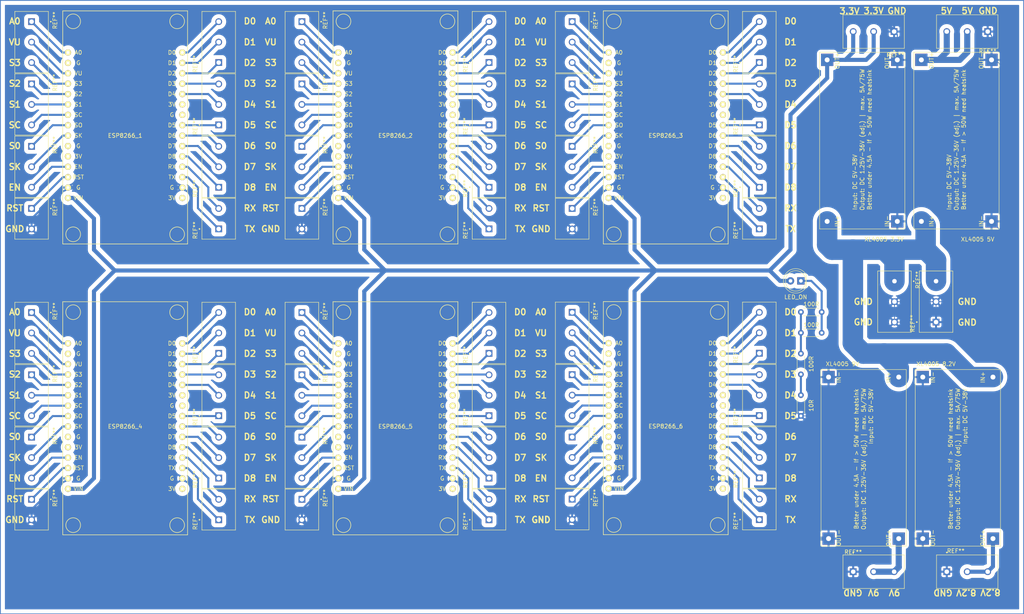
<source format=kicad_pcb>
(kicad_pcb (version 20211014) (generator pcbnew)
  (title_block (title "Placa Mestre | 6x ESP8266 e 4x Reguladores") (date "12/10/2022") (rev "v3") (company "Grupo Nebula"))
  (layers (0 "F.Cu" signal) (31 "B.Cu" signal) (34 "B.Paste" user) (35 "F.Paste" user) (36 "B.SilkS" user "B.Silkscreen") (37 "F.SilkS" user "F.Silkscreen") (38 "B.Mask" user) (39 "F.Mask" user) (44 "Edge.Cuts" user))
  (net 0 "")
  (net 1 "GND")
  (footprint "1546216-3:TE_1546216-3" (layer "F.Cu") (at 236.22 88.9 -90)
    (fp_text reference "REF**")
    (fp_text value "TE_1546216-3")
  )
  (footprint "1546216-3:TE_1546216-3" (layer "F.Cu") (at 25.4 40.68 -90)
    (fp_text reference "REF**")
    (fp_text value "TE_1546216-3")
  )
  (footprint "ESP8266:NodeMCU-LoLinV3" (layer "F.Cu") (at 114.3 48.3)
    (fp_text reference "ESP8266_2")
    (fp_text value "LoLin V3 NodeMCU")
  )
  (footprint "1546216-3:TE_1546216-3" (layer "F.Cu") (at 71.12 55.92 90)
    (fp_text reference "REF**")
    (fp_text value "TE_1546216-3")
  )
  (footprint "LED_THT:LED_D5.0mm" (layer "F.Cu") (at 213.36 83.82 180)
    (fp_text reference "LED_ON")
    (fp_text value "LED_D5.0mm")
  )
  (footprint "1546216-3:TE_1546216-3" (layer "F.Cu") (at 157.48 55.92 -90)
    (fp_text reference "REF**")
    (fp_text value "TE_1546216-3")
  )
  (footprint "1546216-3:TE_1546216-3" (layer "F.Cu") (at 137.16 55.92 90)
    (fp_text reference "REF**")
    (fp_text value "TE_1546216-3")
  )
  (footprint "XL4005:XL4005_DC-DC" (layer "F.Cu") (at 238.76 71.12 90)
    (fp_text reference "XL4005 3.3V")
    (fp_text value "XL4005_DC-DC")
  )
  (footprint "Resistor_THT:R_Axial_DIN0204_L3.6mm_D1.6mm_P5.08mm_Horizontal" (layer "F.Cu") (at 213.36 116.84 90)
    (fp_text reference "10R")
    (fp_text value "R_Axial_DIN0204_L3.6mm_D1.6mm_P5.08mm_Horizontal")
  )
  (footprint "1546216-3:TE_1546216-3" (layer "F.Cu") (at 157.48 40.68 -90)
    (fp_text reference "REF**")
    (fp_text value "TE_1546216-3")
  )
  (footprint "1546216-2:TE_1546216-2" (layer "F.Cu") (at 91.44 68.62 -90)
    (fp_text reference "REF**")
    (fp_text value "TE_1546216-2")
  )
  (footprint "1546216-3:TE_1546216-3" (layer "F.Cu") (at 157.48 127 -90)
    (fp_text reference "REF**")
    (fp_text value "TE_1546216-3")
  )
  (footprint "1546216-2:TE_1546216-2" (layer "F.Cu") (at 203.2 139.7 90)
    (fp_text reference "REF**")
    (fp_text value "TE_1546216-2")
  )
  (footprint "1546216-3:TE_1546216-3" (layer "F.Cu") (at 71.12 40.68 90)
    (fp_text reference "REF**")
    (fp_text value "TE_1546216-3")
  )
  (footprint "1546216-3:TE_1546216-3" (layer "F.Cu") (at 25.4 111.8 -90)
    (fp_text reference "REF**")
    (fp_text value "TE_1546216-3")
  )
  (footprint "1546216-3:TE_1546216-3" (layer "F.Cu") (at 137.16 25.44 90)
    (fp_text reference "REF**")
    (fp_text value "TE_1546216-3")
  )
  (footprint "1546216-3:TE_1546216-3" (layer "F.Cu") (at 203.2 40.68 90)
    (fp_text reference "REF**")
    (fp_text value "TE_1546216-3")
  )
  (footprint "1546216-3:TE_1546216-3" (layer "F.Cu") (at 25.4 55.92 -90)
    (fp_text reference "REF**")
    (fp_text value "TE_1546216-3")
  )
  (footprint "1546216-3:TE_1546216-3" (layer "F.Cu") (at 71.12 127.04 90)
    (fp_text reference "REF**")
    (fp_text value "TE_1546216-3")
  )
  (footprint "Resistor_THT:R_Axial_DIN0204_L3.6mm_D1.6mm_P5.08mm_Horizontal" (layer "F.Cu") (at 213.36 106.68 90)
    (fp_text reference "100R")
    (fp_text value "R_Axial_DIN0204_L3.6mm_D1.6mm_P5.08mm_Horizontal")
  )
  (footprint "ESP8266:NodeMCU-LoLinV3" (layer "F.Cu") (at 180.34 48.3)
    (fp_text reference "ESP8266_3")
    (fp_text value "LoLin V3 NodeMCU")
  )
  (footprint "1546216-3:TE_1546216-3" (layer "F.Cu") (at 91.44 40.68 -90)
    (fp_text reference "REF**")
    (fp_text value "TE_1546216-3")
  )
  (footprint "1546216-3:TE_1546216-3" (layer "F.Cu") (at 157.48 25.44 -90)
    (fp_text reference "REF**")
    (fp_text value "TE_1546216-3")
  )
  (footprint "1546216-3:TE_1546216-3" (layer "F.Cu") (at 71.12 111.8 90)
    (fp_text reference "REF**")
    (fp_text value "TE_1546216-3")
  )
  (footprint "1546216-3:TE_1546216-3" (layer "F.Cu") (at 71.12 25.44 90)
    (fp_text reference "REF**")
    (fp_text value "TE_1546216-3")
  )
  (footprint "1546216-3:TE_1546216-3" (layer "F.Cu") (at 231.14 22.86 180)
    (fp_text reference "REF**")
    (fp_text value "TE_1546216-3")
  )
  (footprint "1546216-2:TE_1546216-2" (layer "F.Cu") (at 71.12 139.74 90)
    (fp_text reference "REF**")
    (fp_text value "TE_1546216-2")
  )
  (footprint "ESP8266:NodeMCU-LoLinV3" (layer "F.Cu") (at 114.3 119.42)
    (fp_text reference "ESP8266_5")
    (fp_text value "LoLin V3 NodeMCU")
  )
  (footprint "1546216-3:TE_1546216-3" (layer "F.Cu") (at 157.48 111.76 -90)
    (fp_text reference "REF**")
    (fp_text value "TE_1546216-3")
  )
  (footprint "1546216-3:TE_1546216-3" (layer "F.Cu") (at 231.14 154.94)
    (fp_text reference "REF**")
    (fp_text value "TE_1546216-3")
  )
  (footprint "XL4005:XL4005_DC-DC" (layer "F.Cu") (at 218.281 105.505 -90)
    (fp_text reference "XL4005 9V")
    (fp_text value "XL4005_DC-DC")
  )
  (footprint "1546216-2:TE_1546216-2" (layer "F.Cu") (at 203.2 68.62 90)
    (fp_text reference "REF**")
    (fp_text value "TE_1546216-2")
  )
  (footprint "ESP8266:NodeMCU-LoLinV3" (layer "F.Cu") (at 48.26 48.3)
    (fp_text reference "ESP8266_1")
    (fp_text value "LoLin V3 NodeMCU")
  )
  (footprint "1546216-3:TE_1546216-3" (layer "F.Cu") (at 91.44 55.92 -90)
    (fp_text reference "REF**")
    (fp_text value "TE_1546216-3")
  )
  (footprint "1546216-3:TE_1546216-3" (layer "F.Cu") (at 91.44 96.56 -90)
    (fp_text reference "REF**")
    (fp_text value "TE_1546216-3")
  )
  (footprint "1546216-3:TE_1546216-3" (layer "F.Cu") (at 137.16 111.8 90)
    (fp_text reference "REF**")
    (fp_text value "TE_1546216-3")
  )
  (footprint "1546216-3:TE_1546216-3" (layer "F.Cu") (at 203.2 55.92 90)
    (fp_text reference "REF**")
    (fp_text value "TE_1546216-3")
  )
  (footprint "1546216-3:TE_1546216-3" (layer "F.Cu") (at 203.2 96.52 90)
    (fp_text reference "REF**")
    (fp_text value "TE_1546216-3")
  )
  (footprint "XL4005:XL4005_DC-DC" (layer "F.Cu") (at 261.779 71.12 90)
    (fp_text reference "XL4005 5V")
    (fp_text value "XL4005_DC-DC")
  )
  (footprint "1546216-3:TE_1546216-3" (layer "F.Cu") (at 157.48 96.52 -90)
    (fp_text reference "REF**")
    (fp_text value "TE_1546216-3")
  )
  (footprint "1546216-3:TE_1546216-3" (layer "F.Cu") (at 91.44 111.8 -90)
    (fp_text reference "REF**")
    (fp_text value "TE_1546216-3")
  )
  (footprint "ESP8266:NodeMCU-LoLinV3" (layer "F.Cu") (at 180.34 119.38)
    (fp_text reference "ESP8266_6")
    (fp_text value "LoLin V3 NodeMCU")
  )
  (footprint "XL4005:XL4005_DC-DC" (layer "F.Cu") (at 241.3 105.505 -90)
    (fp_text reference "XL4005 8.2V")
    (fp_text value "XL4005_DC-DC")
  )
  (footprint "1546216-3:TE_1546216-3" (layer "F.Cu") (at 137.16 127.04 90)
    (fp_text reference "REF**")
    (fp_text value "TE_1546216-3")
  )
  (footprint "1546216-3:TE_1546216-3" (layer "F.Cu") (at 137.16 96.56 90)
    (fp_text reference "REF**")
    (fp_text value "TE_1546216-3")
  )
  (footprint "1546216-3:TE_1546216-3" (layer "F.Cu") (at 71.12 96.56 90)
    (fp_text reference "REF**")
    (fp_text value "TE_1546216-3")
  )
  (footprint "1546216-2:TE_1546216-2" (layer "F.Cu") (at 157.48 139.7 -90)
    (fp_text reference "REF**")
    (fp_text value "TE_1546216-2")
  )
  (footprint "1546216-3:TE_1546216-3" (layer "F.Cu") (at 254 22.86 180)
    (fp_text reference "REF**")
    (fp_text value "TE_1546216-3")
  )
  (footprint "1546216-3:TE_1546216-3" (layer "F.Cu") (at 203.2 25.44 90)
    (fp_text reference "REF**")
    (fp_text value "TE_1546216-3")
  )
  (footprint "1546216-3:TE_1546216-3" (layer "F.Cu") (at 25.4 127.04 -90)
    (fp_text reference "REF**")
    (fp_text value "TE_1546216-3")
  )
  (footprint "1546216-3:TE_1546216-3" (layer "F.Cu") (at 203.2 127 90)
    (fp_text reference "REF**")
    (fp_text value "TE_1546216-3")
  )
  (footprint "1546216-2:TE_1546216-2" (layer "F.Cu") (at 137.16 139.74 90)
    (fp_text reference "REF**")
    (fp_text value "TE_1546216-2")
  )
  (footprint "1546216-2:TE_1546216-2" (layer "F.Cu") (at 137.16 68.62 90)
    (fp_text reference "REF**")
    (fp_text value "TE_1546216-2")
  )
  (footprint "1546216-2:TE_1546216-2" (layer "F.Cu") (at 71.12 68.62 90)
    (fp_text reference "REF**")
    (fp_text value "TE_1546216-2")
  )
  (footprint "ESP8266:NodeMCU-LoLinV3" (layer "F.Cu") (at 48.26 119.42)
    (fp_text reference "ESP8266_4")
    (fp_text value "LoLin V3 NodeMCU")
  )
  (footprint "1546216-3:TE_1546216-3" (layer "F.Cu") (at 254 154.94)
    (fp_text reference "REF**")
    (fp_text value "TE_1546216-3")
  )
  (footprint "Resistor_THT:R_Axial_DIN0204_L3.6mm_D1.6mm_P5.08mm_Horizontal" (layer "F.Cu") (at 213.36 91.44)
    (fp_text reference "100R")
    (fp_text value "R_Axial_DIN0204_L3.6mm_D1.6mm_P5.08mm_Horizontal")
  )
  (footprint "1546216-3:TE_1546216-3" (layer "F.Cu") (at 25.4 25.44 -90)
    (fp_text reference "REF**")
    (fp_text value "TE_1546216-3")
  )
  (footprint "1546216-3:TE_1546216-3" (layer "F.Cu") (at 25.4 96.56 -90)
    (fp_text reference "REF**")
    (fp_text value "TE_1546216-3")
  )
  (footprint "1546216-3:TE_1546216-3" (layer "F.Cu") (at 246.38 88.9 90)
    (fp_text reference "REF**")
    (fp_text value "TE_1546216-3")
  )
  (footprint "Resistor_THT:R_Axial_DIN0204_L3.6mm_D1.6mm_P5.08mm_Horizontal" (layer "F.Cu") (at 213.36 96.52)
    (fp_text reference "100R")
    (fp_text value "R_Axial_DIN0204_L3.6mm_D1.6mm_P5.08mm_Horizontal")
  )
  (footprint "1546216-2:TE_1546216-2" (layer "F.Cu") (at 25.4 139.74 -90)
    (fp_text reference "REF**")
    (fp_text value "TE_1546216-2")
  )
  (footprint "1546216-2:TE_1546216-2" (layer "F.Cu") (at 91.44 139.74 -90)
    (fp_text reference "REF**")
    (fp_text value "TE_1546216-2")
  )
  (footprint "1546216-3:TE_1546216-3" (layer "F.Cu") (at 91.44 25.44 -90)
    (fp_text reference "REF**")
    (fp_text value "TE_1546216-3")
  )
  (footprint "1546216-3:TE_1546216-3" (layer "F.Cu") (at 137.16 40.68 90)
    (fp_text reference "REF**")
    (fp_text value "TE_1546216-3")
  )
  (footprint "1546216-2:TE_1546216-2" (layer "F.Cu") (at 25.4 68.62 -90)
    (fp_text reference "REF**")
    (fp_text value "TE_1546216-2")
  )
  (footprint "1546216-2:TE_1546216-2" (layer "F.Cu") (at 157.48 68.62 -90)
    (fp_text reference "REF**")
    (fp_text value "TE_1546216-2")
  )
  (footprint "1546216-3:TE_1546216-3" (layer "F.Cu") (at 203.2 111.76 90)
    (fp_text reference "REF**")
    (fp_text value "TE_1546216-3")
  )
  (footprint "1546216-3:TE_1546216-3" (layer "F.Cu") (at 91.44 127.04 -90)
    (fp_text reference "REF**")
    (fp_text value "TE_1546216-3")
  )
  (gr_rect (start 17.78 15.24) (end 267.78 165.24) (layer "B.Cu") (width 0.2) (fill none))
  (gr_text "S0" (at 83.82 50.8) (layer "F.SilkS") (effects (font (size 1.5 1.5) (thickness 0.3))))
  (gr_text "D3" (at 78.74 106.68) (layer "F.SilkS") (effects (font (size 1.5 1.5) (thickness 0.3))))
  (gr_text "D7" (at 144.78 55.92) (layer "F.SilkS") (effects (font (size 1.5 1.5) (thickness 0.3))))
  (gr_text "9V" (at 231.14 160.02 180) (layer "F.SilkS") (effects (font (size 1.5 1.5) (thickness 0.3))))
  (gr_text "RX" (at 210.82 66.04) (layer "F.SilkS") (effects (font (size 1.5 1.5) (thickness 0.3))))
  (gr_text "8.2V" (at 253.759292 160.044286 180) (layer "F.SilkS") (effects (font (size 1.5 1.5) (thickness 0.3))))
  (gr_text "D6" (at 210.82 50.8) (layer "F.SilkS") (effects (font (size 1.5 1.5) (thickness 0.3))))
  (gr_text "EN" (at 83.82 132.08) (layer "F.SilkS") (effects (font (size 1.5 1.5) (thickness 0.3))))
  (gr_text "S0" (at 149.86 50.8) (layer "F.SilkS") (effects (font (size 1.5 1.5) (thickness 0.3))))
  (gr_text "S3" (at 83.82 30.48) (layer "F.SilkS") (effects (font (size 1.5 1.5) (thickness 0.3))))
  (gr_text "D5" (at 78.74 45.72) (layer "F.SilkS") (effects (font (size 1.5 1.5) (thickness 0.3))))
  (gr_text "GND" (at 83.82 142.24) (layer "F.SilkS") (effects (font (size 1.5 1.5) (thickness 0.3))))
  (gr_text "GND" (at 21.3 71.12) (layer "F.SilkS") (effects (font (size 1.5 1.5) (thickness 0.3))))
  (gr_text "SC" (at 149.86 116.84) (layer "F.SilkS") (effects (font (size 1.5 1.5) (thickness 0.3))))
  (gr_text "A0" (at 83.82 91.44) (layer "F.SilkS") (effects (font (size 1.5 1.5) (thickness 0.3))))
  (gr_text "D1" (at 78.74 25.44) (layer "F.SilkS") (effects (font (size 1.5 1.5) (thickness 0.3))))
  (gr_text "9V" (at 236.22 160.02 180) (layer "F.SilkS") (effects (font (size 1.5 1.5) (thickness 0.3))))
  (gr_text "GND" (at 254 88.9) (layer "F.SilkS") (effects (font (size 1.5 1.5) (thickness 0.3))))
  (gr_text "D8" (at 78.74 60.96) (layer "F.SilkS") (effects (font (size 1.5 1.5) (thickness 0.3))))
  (gr_text "D8" (at 144.78 60.96) (layer "F.SilkS") (effects (font (size 1.5 1.5) (thickness 0.3))))
  (gr_text "D5" (at 144.78 45.72) (layer "F.SilkS") (effects (font (size 1.5 1.5) (thickness 0.3))))
  (gr_text "D0" (at 210.82 20.32) (layer "F.SilkS") (effects (font (size 1.5 1.5) (thickness 0.3))))
  (gr_text "SC" (at 83.82 116.84) (layer "F.SilkS") (effects (font (size 1.5 1.5) (thickness 0.3))))
  (gr_text "GND" (at 21.3 142.24) (layer "F.SilkS") (effects (font (size 1.5 1.5) (thickness 0.3))))
  (gr_text "S3" (at 149.86 101.6) (layer "F.SilkS") (effects (font (size 1.5 1.5) (thickness 0.3))))
  (gr_text "SK" (at 83.82 55.92) (layer "F.SilkS") (effects (font (size 1.5 1.5) (thickness 0.3))))
  (gr_text "SC" (at 21.3 45.72) (layer "F.SilkS") (effects (font (size 1.5 1.5) (thickness 0.3))))
  (gr_text "GND" (at 149.86 142.24) (layer "F.SilkS") (effects (font (size 1.5 1.5) (thickness 0.3))))
  (gr_text "VU" (at 83.82 25.44) (layer "F.SilkS") (effects (font (size 1.5 1.5) (thickness 0.3))))
  (gr_text "S3" (at 83.82 101.6) (layer "F.SilkS") (effects (font (size 1.5 1.5) (thickness 0.3))))
  (gr_text "S1" (at 21.3 40.68) (layer "F.SilkS") (effects (font (size 1.5 1.5) (thickness 0.3))))
  (gr_text "TX" (at 210.82 71.12) (layer "F.SilkS") (effects (font (size 1.5 1.5) (thickness 0.3))))
  (gr_text "A0" (at 149.86 20.32) (layer "F.SilkS") (effects (font (size 1.5 1.5) (thickness 0.3))))
  (gr_text "D3" (at 144.78 106.68) (layer "F.SilkS") (effects (font (size 1.5 1.5) (thickness 0.3))))
  (gr_text "D7" (at 210.82 127.04) (layer "F.SilkS") (effects (font (size 1.5 1.5) (thickness 0.3))))
  (gr_text "GND" (at 149.86 142.24) (layer "F.SilkS") (effects (font (size 1.5 1.5) (thickness 0.3))))
  (gr_text "D2" (at 144.78 101.6) (layer "F.SilkS") (effects (font (size 1.5 1.5) (thickness 0.3))))
  (gr_text "GND" (at 226.06 160.02 180) (layer "F.SilkS") (effects (font (size 1.5 1.5) (thickness 0.3))))
  (gr_text "D3" (at 144.78 35.56) (layer "F.SilkS") (effects (font (size 1.5 1.5) (thickness 0.3))))
  (gr_text "GND" (at 236.827211 17.788126) (layer "F.SilkS") (effects (font (size 1.5 1.5) (thickness 0.3))))
  (gr_text "D8" (at 78.74 132.08) (layer "F.SilkS") (effects (font (size 1.5 1.5) (thickness 0.3))))
  (gr_text "D5" (at 144.78 116.84) (layer "F.SilkS") (effects (font (size 1.5 1.5) (thickness 0.3))))
  (gr_text "D6" (at 78.74 50.8) (layer "F.SilkS") (effects (font (size 1.5 1.5) (thickness 0.3))))
  (gr_text "D5" (at 210.82 116.84) (layer "F.SilkS") (effects (font (size 1.5 1.5) (thickness 0.3))))
  (gr_text "GND" (at 254 93.98) (layer "F.SilkS") (effects (font (size 1.5 1.5) (thickness 0.3))))
  (gr_text "D2" (at 210.82 30.48) (layer "F.SilkS") (effects (font (size 1.5 1.5) (thickness 0.3))))
  (gr_text "GND" (at 83.82 71.12) (layer "F.SilkS") (effects (font (size 1.5 1.5) (thickness 0.3))))
  (gr_text "D2" (at 78.74 30.48) (layer "F.SilkS") (effects (font (size 1.5 1.5) (thickness 0.3))))
  (gr_text "TX" (at 144.78 71.12) (layer "F.SilkS") (effects (font (size 1.5 1.5) (thickness 0.3))))
  (gr_text "RST" (at 83.82 66.04) (layer "F.SilkS") (effects (font (size 1.5 1.5) (thickness 0.3))))
  (gr_text "S2" (at 21.3 106.68) (layer "F.SilkS") (effects (font (size 1.5 1.5) (thickness 0.3))))
  (gr_text "D5" (at 78.74 116.84) (layer "F.SilkS") (effects (font (size 1.5 1.5) (thickness 0.3))))
  (gr_text "S3" (at 21.3 101.6) (layer "F.SilkS") (effects (font (size 1.5 1.5) (thickness 0.3))))
  (gr_text "EN" (at 149.86 132.08) (layer "F.SilkS") (effects (font (size 1.5 1.5) (thickness 0.3))))
  (gr_text "EN" (at 21.3 132.08) (layer "F.SilkS") (effects (font (size 1.5 1.5) (thickness 0.3))))
  (gr_text "D2" (at 210.82 101.6) (layer "F.SilkS") (effects (font (size 1.5 1.5) (thickness 0.3))))
  (gr_text "D7" (at 78.74 55.92) (layer "F.SilkS") (effects (font (size 1.5 1.5) (thickness 0.3))))
  (gr_text "GND" (at 149.86 71.12) (layer "F.SilkS") (effects (font (size 1.5 1.5) (thickness 0.3))))
  (gr_text "RX" (at 144.78 66.04) (layer "F.SilkS") (effects (font (size 1.5 1.5) (thickness 0.3))))
  (gr_text "S1" (at 83.82 111.8) (layer "F.SilkS") (effects (font (size 1.5 1.5) (thickness 0.3))))
  (gr_text "D3" (at 210.82 35.56) (layer "F.SilkS") (effects (font (size 1.5 1.5) (thickness 0.3))))
  (gr_text "D7" (at 144.78 127.04) (layer "F.SilkS") (effects (font (size 1.5 1.5) (thickness 0.3))))
  (gr_text "5V" (at 254 17.78) (layer "F.SilkS") (effects (font (size 1.5 1.5) (thickness 0.3))))
  (gr_text "SK" (at 149.86 127.04) (layer "F.SilkS") (effects (font (size 1.5 1.5) (thickness 0.3))))
  (gr_text "D4" (at 78.74 111.8) (layer "F.SilkS") (effects (font (size 1.5 1.5) (thickness 0.3))))
  (gr_text "RST" (at 83.82 137.16) (layer "F.SilkS") (effects (font (size 1.5 1.5) (thickness 0.3))))
  (gr_text "D3" (at 78.74 35.56) (layer "F.SilkS") (effects (font (size 1.5 1.5) (thickness 0.3))))
  (gr_text "TX" (at 78.74 71.12) (layer "F.SilkS") (effects (font (size 1.5 1.5) (thickness 0.3))))
  (gr_text "D8" (at 210.82 60.96) (layer "F.SilkS") (effects (font (size 1.5 1.5) (thickness 0.3))))
  (gr_text "VU" (at 21.3 25.44) (layer "F.SilkS") (effects (font (size 1.5 1.5) (thickness 0.3))))
  (gr_text "D2" (at 144.78 30.48) (layer "F.SilkS") (effects (font (size 1.5 1.5) (thickness 0.3))))
  (gr_text "S0" (at 21.3 50.8) (layer "F.SilkS") (effects (font (size 1.5 1.5) (thickness 0.3))))
  (gr_text "S1" (at 83.82 40.68) (layer "F.SilkS") (effects (font (size 1.5 1.5) (thickness 0.3))))
  (gr_text "A0" (at 21.3 20.32) (layer "F.SilkS") (effects (font (size 1.5 1.5) (thickness 0.3))))
  (gr_text "S1" (at 149.86 40.68) (layer "F.SilkS") (effects (font (size 1.5 1.5) (thickness 0.3))))
  (gr_text "RX" (at 210.82 137.16) (layer "F.SilkS") (effects (font (size 1.5 1.5) (thickness 0.3))))
  (gr_text "D6" (at 210.82 121.92) (layer "F.SilkS") (effects (font (size 1.5 1.5) (thickness 0.3))))
  (gr_text "5V" (at 248.92 17.78) (layer "F.SilkS") (effects (font (size 1.5 1.5) (thickness 0.3))))
  (gr_text "S1" (at 21.3 111.8) (layer "F.SilkS") (effects (font (size 1.5 1.5) (thickness 0.3))))
  (gr_text "SK" (at 21.3 127.04) (layer "F.SilkS") (effects (font (size 1.5 1.5) (thickness 0.3))))
  (gr_text "S2" (at 21.3 35.56) (layer "F.SilkS") (effects (font (size 1.5 1.5) (thickness 0.3))))
  (gr_text "RST" (at 149.86 137.16) (layer "F.SilkS") (effects (font (size 1.5 1.5) (thickness 0.3))))
  (gr_text "S3" (at 21.3 30.48) (layer "F.SilkS") (effects (font (size 1.5 1.5) (thickness 0.3))))
  (gr_text "A0" (at 149.86 91.44) (layer "F.SilkS") (effects (font (size 1.5 1.5) (thickness 0.3))))
  (gr_text "D4" (at 144.78 40.68) (layer "F.SilkS") (effects (font (size 1.5 1.5) (thickness 0.3))))
  (gr_text "D7" (at 210.82 55.92) (layer "F.SilkS") (effects (font (size 1.5 1.5) (thickness 0.3))))
  (gr_text "S1" (at 149.86 111.8) (layer "F.SilkS") (effects (font (size 1.5 1.5) (thickness 0.3))))
  (gr_text "S2" (at 83.82 35.56) (layer "F.SilkS") (effects (font (size 1.5 1.5) (thickness 0.3))))
  (gr_text "3.3V" (at 225.234987 17.843327) (layer "F.SilkS") (effects (font (size 1.5 1.5) (thickness 0.3))))
  (gr_text "D2" (at 78.74 101.6) (layer "F.SilkS") (effects (font (size 1.5 1.5) (thickness 0.3))))
  (gr_text "D6" (at 144.78 121.92) (layer "F.SilkS") (effects (font (size 1.5 1.5) (thickness 0.3))))
  (gr_text "RST" (at 21.3 66.04) (layer "F.SilkS") (effects (font (size 1.5 1.5) (thickness 0.3))))
  (gr_text "S0" (at 83.82 121.92) (layer "F.SilkS") (effects (font (size 1.5 1.5) (thickness 0.3))))
  (gr_text "D4" (at 144.78 111.8) (layer "F.SilkS") (effects (font (size 1.5 1.5) (thickness 0.3))))
  (gr_text "SK" (at 83.82 127.04) (layer "F.SilkS") (effects (font (size 1.5 1.5) (thickness 0.3))))
  (gr_text "D1" (at 144.78 25.44) (layer "F.SilkS") (effects (font (size 1.5 1.5) (thickness 0.3))))
  (gr_text "GND" (at 259.08 17.78) (layer "F.SilkS") (effects (font (size 1.5 1.5) (thickness 0.3))))
  (gr_text "D8" (at 144.78 132.08) (layer "F.SilkS") (effects (font (size 1.5 1.5) (thickness 0.3))))
  (gr_text "D1" (at 210.82 25.44) (layer "F.SilkS") (effects (font (size 1.5 1.5) (thickness 0.3))))
  (gr_text "VU" (at 149.86 25.44) (layer "F.SilkS") (effects (font (size 1.5 1.5) (thickness 0.3))))
  (gr_text "8.2V" (at 259.664305 159.980959 180) (layer "F.SilkS") (effects (font (size 1.5 1.5) (thickness 0.3))))
  (gr_text "D0" (at 210.82 91.44) (layer "F.SilkS") (effects (font (size 1.5 1.5) (thickness 0.3))))
  (gr_text "RST" (at 149.86 66.04) (layer "F.SilkS") (effects (font (size 1.5 1.5) (thickness 0.3))))
  (gr_text "D0" (at 144.78 91.44) (layer "F.SilkS") (effects (font (size 1.5 1.5) (thickness 0.3))))
  (gr_text "D5" (at 210.82 45.72) (layer "F.SilkS") (effects (font (size 1.5 1.5) (thickness 0.3))))
  (gr_text "RX" (at 78.74 137.16) (layer "F.SilkS") (effects (font (size 1.5 1.5) (thickness 0.3))))
  (gr_text "TX" (at 144.78 142.24) (layer "F.SilkS") (effects (font (size 1.5 1.5) (thickness 0.3))))
  (gr_text "SK" (at 149.86 55.92) (layer "F.SilkS") (effects (font (size 1.5 1.5) (thickness 0.3))))
  (gr_text "SC" (at 21.3 116.84) (layer "F.SilkS") (effects (font (size 1.5 1.5) (thickness 0.3))))
  (gr_text "D0" (at 78.74 20.32) (layer "F.SilkS") (effects (font (size 1.5 1.5) (thickness 0.3))))
  (gr_text "D0" (at 144.78 20.32) (layer "F.SilkS") (effects (font (size 1.5 1.5) (thickness 0.3))))
  (gr_text "S2" (at 149.86 106.68) (layer "F.SilkS") (effects (font (size 1.5 1.5) (thickness 0.3))))
  (gr_text "EN" (at 149.86 60.96) (layer "F.SilkS") (effects (font (size 1.5 1.5) (thickness 0.3))))
  (gr_text "D7" (at 78.74 127.04) (layer "F.SilkS") (effects (font (size 1.5 1.5) (thickness 0.3))))
  (gr_text "GND" (at 228.6 93.9) (layer "F.SilkS") (effects (font (size 1.5 1.5) (thickness 0.3))))
  (gr_text "3.3V" (at 231.14 17.78) (layer "F.SilkS") (effects (font (size 1.5 1.5) (thickness 0.3))))
  (gr_text "S3" (at 149.86 30.48) (layer "F.SilkS") (effects (font (size 1.5 1.5) (thickness 0.3))))
  (gr_text "VU" (at 21.3 96.56) (layer "F.SilkS") (effects (font (size 1.5 1.5) (thickness 0.3))))
  (gr_text "TX" (at 210.82 142.24) (layer "F.SilkS") (effects (font (size 1.5 1.5) (thickness 0.3))))
  (gr_text "D4" (at 78.74 40.68) (layer "F.SilkS") (effects (font (size 1.5 1.5) (thickness 0.3))))
  (gr_text "D4" (at 210.82 111.8) (layer "F.SilkS") (effects (font (size 1.5 1.5) (thickness 0.3))))
  (gr_text "A0" (at 21.3 91.44) (layer "F.SilkS") (effects (font (size 1.5 1.5) (thickness 0.3))))
  (gr_text "SC" (at 83.82 45.72) (layer "F.SilkS") (effects (font (size 1.5 1.5) (thickness 0.3))))
  (gr_text "D1" (at 78.74 96.56) (layer "F.SilkS") (effects (font (size 1.5 1.5) (thickness 0.3))))
  (gr_text "RST" (at 21.3 137.16) (layer "F.SilkS") (effects (font (size 1.5 1.5) (thickness 0.3))))
  (gr_text "SK" (at 21.3 55.92) (layer "F.SilkS") (effects (font (size 1.5 1.5) (thickness 0.3))))
  (gr_text "D0" (at 78.74 91.44) (layer "F.SilkS") (effects (font (size 1.5 1.5) (thickness 0.3))))
  (gr_text "RX" (at 144.78 137.16) (layer "F.SilkS") (effects (font (size 1.5 1.5) (thickness 0.3))))
  (gr_text "VU" (at 149.86 96.56) (layer "F.SilkS") (effects (font (size 1.5 1.5) (thickness 0.3))))
  (gr_text "EN" (at 83.82 60.96) (layer "F.SilkS") (effects (font (size 1.5 1.5) (thickness 0.3))))
  (gr_text "EN" (at 21.3 60.96) (layer "F.SilkS") (effects (font (size 1.5 1.5) (thickness 0.3))))
  (gr_text "D8" (at 210.82 132.08) (layer "F.SilkS") (effects (font (size 1.5 1.5) (thickness 0.3))))
  (gr_text "D1" (at 144.78 96.56) (layer "F.SilkS") (effects (font (size 1.5 1.5) (thickness 0.3))))
  (gr_text "RX" (at 78.74 66.04) (layer "F.SilkS") (effects (font (size 1.5 1.5) (thickness 0.3))))
  (gr_text "D6" (at 144.78 50.8) (layer "F.SilkS") (effects (font (size 1.5 1.5) (thickness 0.3))))
  (gr_text "S0" (at 21.3 121.92) (layer "F.SilkS") (effects (font (size 1.5 1.5) (thickness 0.3))))
  (gr_text "D6" (at 78.74 121.92) (layer "F.SilkS") (effects (font (size 1.5 1.5) (thickness 0.3))))
  (gr_text "S0" (at 149.86 121.92) (layer "F.SilkS") (effects (font (size 1.5 1.5) (thickness 0.3))))
  (gr_text "D3" (at 210.82 106.68) (layer "F.SilkS") (effects (font (size 1.5 1.5) (thickness 0.3))))
  (gr_text "GND" (at 228.6 88.9) (layer "F.SilkS") (effects (font (size 1.5 1.5) (thickness 0.3))))
  (gr_text "D1" (at 210.82 96.56) (layer "F.SilkS") (effects (font (size 1.5 1.5) (thickness 0.3))))
  (gr_text "GND" (at 248.072081 160.03616 180) (layer "F.SilkS") (effects (font (size 1.5 1.5) (thickness 0.3))))
  (gr_text "S2" (at 83.82 106.68) (layer "F.SilkS") (effects (font (size 1.5 1.5) (thickness 0.3))))
  (gr_text "TX" (at 78.74 142.24) (layer "F.SilkS") (effects (font (size 1.5 1.5) (thickness 0.3))))
  (gr_text "A0" (at 83.82 20.32) (layer "F.SilkS") (effects (font (size 1.5 1.5) (thickness 0.3))))
  (gr_text "VU" (at 83.82 96.56) (layer "F.SilkS") (effects (font (size 1.5 1.5) (thickness 0.3))))
  (gr_text "SC" (at 149.86 45.72) (layer "F.SilkS") (effects (font (size 1.5 1.5) (thickness 0.3))))
  (gr_text "S2" (at 149.86 35.56) (layer "F.SilkS") (effects (font (size 1.5 1.5) (thickness 0.3))))
  (gr_text "D4" (at 210.82 40.68) (layer "F.SilkS") (effects (font (size 1.5 1.5) (thickness 0.3))))
  (segment (start 132.08 101.64) (end 137.16 96.56) (width 0.5) (layer "B.Cu") (net 0))
  (segment (start 66.04 137.16) (end 71.12 142.24) (width 0.5) (layer "B.Cu") (net 0))
  (segment (start 66.04 101.64) (end 71.12 96.56) (width 0.5) (layer "B.Cu") (net 0))
  (segment (start 106.68 68.58) (end 101.64 63.54) (width 1) (layer "B.Cu") (net 0))
  (segment (start 203.16 142.2) (end 203.2 142.2) (width 0.2) (layer "B.Cu") (net 0))
  (segment (start 203.12 106.68) (end 203.2 106.76) (width 0.2) (layer "B.Cu") (net 0))
  (segment (start 96.6 45.76) (end 91.44 50.92) (width 0.5) (layer "B.Cu") (net 0))
  (segment (start 96.6 116.88) (end 91.44 122.04) (width 0.5) (layer "B.Cu") (net 0))
  (segment (start 194.31 50.84) (end 198.12 50.84) (width 0.5) (layer "B.Cu") (net 0))
  (segment (start 63.54 55.92) (end 68.58 60.96) (width 0.5) (layer "B.Cu") (net 0))
  (segment (start 33.02 104.18) (end 25.4 96.56) (width 0.5) (layer "B.Cu") (net 0))
  (segment (start 219.7735 29.7815) (end 224.2185 29.7815) (width 1) (layer "B.Cu") (net 0))
  (segment (start 194.31 119.38) (end 200.58 119.38) (width 0.5) (layer "B.Cu") (net 0))
  (segment (start 68.58 63.58) (end 71.12 66.12) (width 0.5) (layer "B.Cu") (net 0))
  (segment (start 247.0785 29.7815) (end 252.1585 29.7815) (width 1.5) (layer "B.Cu") (net 0))
  (segment (start 100.33 43.22) (end 93.9 43.22) (width 0.5) (layer "B.Cu") (net 0))
  (segment (start 167.68 63.54) (end 166.37 63.54) (width 1) (layer "B.Cu") (net 0))
  (segment (start 129.62 27.98) (end 137.16 20.44) (width 0.5) (layer "B.Cu") (net 0))
  (segment (start 33.02 48.3) (end 25.4 55.92) (width 0.5) (layer "B.Cu") (net 0))
  (segment (start 71.04 106.72) (end 71.12 106.8) (width 0.2) (layer "B.Cu") (net 0))
  (segment (start 200.66 132.08) (end 200.66 134.66) (width 0.5) (layer "B.Cu") (net 0))
  (segment (start 93.9 38.14) (end 91.44 35.68) (width 0.5) (layer "B.Cu") (net 0))
  (segment (start 129.58 127.04) (end 134.62 132.08) (width 0.5) (layer "B.Cu") (net 0))
  (segment (start 96.6 106.72) (end 91.44 101.56) (width 0.5) (layer "B.Cu") (net 0))
  (segment (start 159.94 109.22) (end 157.48 106.76) (width 0.5) (layer "B.Cu") (net 0))
  (segment (start 62.23 99.1) (end 63.58 99.1) (width 0.5) (layer "B.Cu") (net 0))
  (segment (start 100.33 116.88) (end 96.6 116.88) (width 0.5) (layer "B.Cu") (net 0))
  (segment (start 62.23 27.98) (end 63.58 27.98) (width 0.5) (layer "B.Cu") (net 0))
  (segment (start 128.27 119.42) (end 134.54 119.42) (width 0.5) (layer "B.Cu") (net 0))
  (segment (start 30.56 45.76) (end 25.4 50.92) (width 0.5) (layer "B.Cu") (net 0))
  (segment (start 165.1 119.38) (end 157.48 127) (width 0.5) (layer "B.Cu") (net 0))
  (segment (start 128.27 58.46) (end 132.08 62.27) (width 0.5) (layer "B.Cu") (net 0))
  (segment (start 34.29 129.58) (end 33.06 129.58) (width 0.5) (layer "B.Cu") (net 0))
  (segment (start 213.36 96.52) (end 213.36 101.6) (width 0.5) (layer "B.Cu") (net 0))
  (segment (start 96.6 35.6) (end 91.44 30.44) (width 0.5) (layer "B.Cu") (net 0))
  (segment (start 194.31 33.06) (end 200.58 33.06) (width 0.5) (layer "B.Cu") (net 0))
  (segment (start 66.04 60.96) (end 66.04 66.04) (width 0.5) (layer "B.Cu") (net 0))
  (segment (start 162.64 116.84) (end 157.48 122) (width 0.5) (layer "B.Cu") (net 0))
  (segment (start 162.48 55.92) (end 157.48 60.92) (width 0.5) (layer "B.Cu") (net 0))
  (segment (start 129.5 55.92) (end 129.54 55.88) (width 0.25) (layer "B.Cu") (net 0))
  (segment (start 128.27 124.5) (end 129.62 124.5) (width 0.5) (layer "B.Cu") (net 0))
  (segment (start 194.31 129.54) (end 195.58 129.54) (width 0.5) (layer "B.Cu") (net 0))
  (segment (start 159.94 114.3) (end 157.48 116.76) (width 0.5) (layer "B.Cu") (net 0))
  (segment (start 200.58 33.06) (end 203.2 30.44) (width 0.5) (layer "B.Cu") (net 0))
  (segment (start 166.37 129.54) (end 165.14 129.54) (width 0.5) (layer "B.Cu") (net 0))
  (segment (start 128.27 35.6) (end 137.08 35.6) (width 0.5) (layer "B.Cu") (net 0))
  (segment (start 111.76 81.28) (end 106.68 86.36) (width 1) (layer "B.Cu") (net 0))
  (segment (start 32.94 99.1) (end 25.4 91.56) (width 0.5) (layer "B.Cu") (net 0))
  (segment (start 165.14 58.46) (end 157.48 66.12) (width 0.5) (layer "B.Cu") (net 0))
  (segment (start 233.68 101.6) (end 228.6 101.6) (width 5) (layer "B.Cu") (net 0))
  (segment (start 68.58 60.96) (end 68.58 63.58) (width 0.5) (layer "B.Cu") (net 0))
  (segment (start 243.84 70.326) (end 242.7925 69.2785) (width 5) (layer "B.Cu") (net 0))
  (segment (start 195.58 129.54) (end 198.12 132.08) (width 0.5) (layer "B.Cu") (net 0))
  (segment (start 128.27 129.58) (end 129.58 129.58) (width 0.5) (layer "B.Cu") (net 0))
  (segment (start 208.28 83.82) (end 210.82 83.82) (width 1) (layer "B.Cu") (net 0))
  (segment (start 38.06 134.66) (end 34.29 134.66) (width 1) (layer "B.Cu") (net 0))
  (segment (start 243.84 76.2) (end 243.84 70.326) (width 5) (layer "B.Cu") (net 0))
  (segment (start 194.31 30.52) (end 198.12 30.52) (width 0.5) (layer "B.Cu") (net 0))
  (segment (start 194.31 99.06) (end 195.66 99.06) (width 0.5) (layer "B.Cu") (net 0))
  (segment (start 68.5 33.06) (end 71.12 30.44) (width 0.5) (layer "B.Cu") (net 0))
  (segment (start 219.7735 34.2265) (end 210.82 43.18) (width 1) (layer "B.Cu") (net 0))
  (segment (start 99.06 104.18) (end 91.44 96.56) (width 0.5) (layer "B.Cu") (net 0))
  (segment (start 252.1585 29.7815) (end 254 27.94) (width 1.5) (layer "B.Cu") (net 0))
  (segment (start 259 154.94) (end 254 154.94) (width 1) (layer "B.Cu") (net 0))
  (segment (start 134.62 63.58) (end 137.16 66.12) (width 0.5) (layer "B.Cu") (net 0))
  (segment (start 68.5 119.42) (end 71.12 122.04) (width 0.5) (layer "B.Cu") (net 0))
  (segment (start 194.31 27.98) (end 195.66 27.98) (width 0.5) (layer "B.Cu") (net 0))
  (segment (start 62.23 104.18) (end 68.5 104.18) (width 0.5) (layer "B.Cu") (net 0))
  (segment (start 128.27 55.92) (end 129.5 55.92) (width 0.5) (layer "B.Cu") (net 0))
  (segment (start 93.9 109.26) (end 91.44 106.8) (width 0.5) (layer "B.Cu") (net 0))
  (segment (start 166.37 55.92) (end 162.48 55.92) (width 0.5) (layer "B.Cu") (net 0))
  (segment (start 249 27.86) (end 249 22.86) (width 1.5) (layer "B.Cu") (net 0))
  (segment (start 100.33 27.98) (end 98.98 27.98) (width 0.5) (layer "B.Cu") (net 0))
  (segment (start 220.98 76.2) (end 226.06 76.2) (width 5) (layer "B.Cu") (net 0))
  (segment (start 134.62 134.7) (end 137.16 137.24) (width 0.5) (layer "B.Cu") (net 0))
  (segment (start 195.66 99.06) (end 203.2 91.52) (width 0.5) (layer "B.Cu") (net 0))
  (segment (start 68.58 134.7) (end 71.12 137.24) (width 0.5) (layer "B.Cu") (net 0))
  (segment (start 260.2865 146.8435) (end 260.2865 153.6535) (width 1) (layer "B.Cu") (net 0))
  (segment (start 203.12 45.76) (end 203.2 45.68) (width 0.2) (layer "B.Cu") (net 0))
  (segment (start 27.86 43.22) (end 25.4 45.68) (width 0.5) (layer "B.Cu") (net 0))
  (segment (start 205.74 81.28) (end 208.28 83.82) (width 1) (layer "B.Cu") (net 0))
  (segment (start 63.58 53.38) (end 71.12 60.92) (width 0.5) (layer "B.Cu") (net 0))
  (segment (start 200.58 104.14) (end 203.2 101.52) (width 0.5) (layer "B.Cu") (net 0))
  (segment (start 62.23 116.88) (end 71.04 116.88) (width 0.5) (layer "B.Cu") (net 0))
  (segment (start 62.23 30.52) (end 66.04 30.52) (width 0.5) (layer "B.Cu") (net 0))
  (segment (start 62.23 55.92) (end 63.54 55.92) (width 0.5) (layer "B.Cu") (net 0))
  (segment (start 134.54 104.18) (end 137.16 101.56) (width 0.5) (layer "B.Cu") (net 0))
  (segment (start 247.0785 29.7815) (end 249 27.86) (width 1.5) (layer "B.Cu") (net 0))
  (segment (start 100.33 58.46) (end 99.1 58.46) (width 0.5) (layer "B.Cu") (net 0))
  (segment (start 194.31 127) (end 195.58 127) (width 0.5) (layer "B.Cu") (net 0))
  (segment (start 198.12 121.92) (end 203.2 127) (width 0.5) (layer "B.Cu") (net 0))
  (segment (start 34.29 104.18) (end 33.02 104.18) (width 0.5) (layer "B.Cu") (net 0))
  (segment (start 128.27 53.38) (end 129.62 53.38) (width 0.5) (layer "B.Cu") (net 0))
  (segment (start 198.12 101.6) (end 203.2 96.52) (width 0.5) (layer "B.Cu") (net 0))
  (segment (start 166.37 99.06) (end 165.02 99.06) (width 0.5) (layer "B.Cu") (net 0))
  (segment (start 166.37 33.06) (end 165.1 33.06) (width 0.5) (layer "B.Cu") (net 0))
  (segment (start 236.14 154.94) (end 231.14 154.94) (width 1.5) (layer "B.Cu") (net 0))
  (segment (start 128.27 106.72) (end 137.08 106.72) (width 0.5) (layer "B.Cu") (net 0))
  (segment (start 215.9 83.82) (end 218.44 86.36) (width 0.5) (layer "B.Cu") (net 0))
  (segment (start 194.31 53.38) (end 195.66 53.38) (width 0.5) (layer "B.Cu") (net 0))
  (segment (start 99.1 129.58) (end 91.44 137.24) (width 0.5) (layer "B.Cu") (net 0))
  (segment (start 62.23 35.6) (end 71.04 35.6) (width 0.5) (layer "B.Cu") (net 0))
  (segment (start 165.14 129.54) (end 157.48 137.2) (width 0.5) (layer "B.Cu") (net 0))
  (segment (start 195.62 55.92) (end 200.66 60.96) (width 0.5) (layer "B.Cu") (net 0))
  (segment (start 128.27 99.1) (end 129.62 99.1) (width 0.5) (layer "B.Cu") (net 0))
  (segment (start 194.31 58.46) (end 198.12 62.27) (width 0.5) (layer "B.Cu") (net 0))
  (segment (start 134.62 132.08) (end 134.62 134.7) (width 0.5) (layer "B.Cu") (net 0))
  (segment (start 128.27 50.84) (end 132.08 50.84) (width 0.5) (layer "B.Cu") (net 0))
  (segment (start 99.1 58.46) (end 91.44 66.12) (width 0.5) (layer "B.Cu") (net 0))
  (segment (start 100.33 106.72) (end 96.6 106.72) (width 0.5) (layer "B.Cu") (net 0))
  (segment (start 132.08 137.16) (end 137.16 142.24) (width 0.5) (layer "B.Cu") (net 0))
  (segment (start 106.68 76.2) (end 106.68 68.58) (width 1) (layer "B.Cu") (net 0))
  (segment (start 40.64 132.08) (end 38.06 134.66) (width 1) (layer "B.Cu") (net 0))
  (segment (start 194.31 55.92) (end 195.62 55.92) (width 0.5) (layer "B.Cu") (net 0))
  (segment (start 27.86 114.34) (end 25.4 116.8) (width 0.5) (layer "B.Cu") (net 0))
  (segment (start 34.29 43.22) (end 27.86 43.22) (width 0.5) (layer "B.Cu") (net 0))
  (segment (start 68.58 38.14) (end 71.12 40.68) (width 0.5) (layer "B.Cu") (net 0))
  (segment (start 66.04 66.04) (end 71.12 71.12) (width 0.5) (layer "B.Cu") (net 0))
  (segment (start 62.23 33.06) (end 68.5 33.06) (width 0.5) (layer "B.Cu") (net 0))
  (segment (start 34.29 119.42) (end 33.02 119.42) (width 0.5) (layer "B.Cu") (net 0))
  (segment (start 71.04 45.76) (end 71.12 45.68) (width 0.2) (layer "B.Cu") (net 0))
  (segment (start 254.6665 107.3465) (end 260.2865 107.3465) (width 5) (layer "B.Cu") (net 0))
  (segment (start 63.54 58.46) (end 66.04 60.96) (width 0.5) (layer "B.Cu") (net 0))
  (segment (start 128.27 109.26) (end 134.62 109.26) (width 0.5) (layer "B.Cu") (net 0))
  (segment (start 132.08 62.27) (end 132.08 66.04) (width 0.5) (layer "B.Cu") (net 0))
  (segment (start 162.48 127) (end 157.48 132) (width 0.5) (layer "B.Cu") (net 0))
  (segment (start 166.37 27.98) (end 165.02 27.98) (width 0.5) (layer "B.Cu") (net 0))
  (segment (start 195.58 127) (end 200.66 132.08) (width 0.5) (layer "B.Cu") (net 0))
  (segment (start 63.58 124.5) (end 71.12 132.04) (width 0.5) (layer "B.Cu") (net 0))
  (segment (start 62.23 48.3) (end 68.5 48.3) (width 0.5) (layer "B.Cu") (net 0))
  (segment (start 40.64 76.2) (end 40.64 68.58) (width 1) (layer "B.Cu") (net 0))
  (segment (start 194.31 45.76) (end 203.12 45.76) (width 0.5) (layer "B.Cu") (net 0))
  (segment (start 128.27 104.18) (end 134.54 104.18) (width 0.5) (layer "B.Cu") (net 0))
  (segment (start 260.2865 153.6535) (end 259 154.94) (width 1) (layer "B.Cu") (net 0))
  (segment (start 132.08 66.04) (end 137.16 71.12) (width 0.5) (layer "B.Cu") (net 0))
  (segment (start 172.72 76.2) (end 172.72 68.58) (width 1) (layer "B.Cu") (net 0))
  (segment (start 166.37 48.3) (end 165.1 48.3) (width 0.5) (layer "B.Cu") (net 0))
  (segment (start 100.33 40.68) (end 91.44 40.68) (width 0.5) (layer "B.Cu") (net 0))
  (segment (start 194.31 38.14) (end 200.66 38.14) (width 0.5) (layer "B.Cu") (net 0))
  (segment (start 132.08 121.96) (end 137.16 127.04) (width 0.5) (layer "B.Cu") (net 0))
  (segment (start 237.2675 153.8125) (end 236.14 154.94) (width 1.5) (layer "B.Cu") (net 0))
  (segment (start 132.08 50.84) (end 137.16 55.92) (width 0.5) (layer "B.Cu") (net 0))
  (segment (start 236.22 78.74) (end 236.22 83.9) (width 5) (layer "B.Cu") (net 0))
  (segment (start 27.86 109.26) (end 25.4 106.8) (width 0.5) (layer "B.Cu") (net 0))
  (segment (start 134.62 38.14) (end 137.16 40.68) (width 0.5) (layer "B.Cu") (net 0))
  (segment (start 219.7735 69.2785) (end 219.7735 74.9935) (width 5) (layer "B.Cu") (net 0))
  (segment (start 34.29 111.8) (end 25.4 111.8) (width 0.5) (layer "B.Cu") (net 0))
  (segment (start 33.06 129.58) (end 25.4 137.24) (width 0.5) (layer "B.Cu") (net 0))
  (segment (start 71.04 116.88) (end 71.12 116.8) (width 0.2) (layer "B.Cu") (net 0))
  (segment (start 166.37 114.3) (end 159.94 114.3) (width 0.5) (layer "B.Cu") (net 0))
  (segment (start 104.1 134.66) (end 100.33 134.66) (width 1) (layer "B.Cu") (net 0))
  (segment (start 194.31 101.6) (end 198.12 101.6) (width 0.5) (layer "B.Cu") (net 0))
  (segment (start 237.2675 107.3465) (end 237.2675 105.1875) (width 5) (layer "B.Cu") (net 0))
  (segment (start 194.31 104.14) (end 200.58 104.14) (width 0.5) (layer "B.Cu") (net 0))
  (segment (start 71.04 35.6) (end 71.12 35.68) (width 0.2) (layer "B.Cu") (net 0))
  (segment (start 233.68 101.6) (end 248.92 101.6) (width 5) (layer "B.Cu") (net 0))
  (segment (start 194.31 124.46) (end 195.66 124.46) (width 0.5) (layer "B.Cu") (net 0))
  (segment (start 100.33 114.34) (end 93.9 114.34) (width 0.5) (layer "B.Cu") (net 0))
  (segment (start 195.66 53.38) (end 203.2 60.92) (width 0.5) (layer "B.Cu") (net 0))
  (segment (start 165.02 99.06) (end 157.48 91.52) (width 0.5) (layer "B.Cu") (net 0))
  (segment (start 62.23 38.14) (end 68.58 38.14) (width 0.5) (layer "B.Cu") (net 0))
  (segment (start 100.33 99.1) (end 98.98 99.1) (width 0.5) (layer "B.Cu") (net 0))
  (segment (start 100.33 104.18) (end 99.06 104.18) (width 0.5) (layer "B.Cu") (net 0))
  (segment (start 99.06 48.3) (end 91.44 55.92) (width 0.5) (layer "B.Cu") (net 0))
  (segment (start 62.23 53.38) (end 63.58 53.38) (width 0.5) (layer "B.Cu") (net 0))
  (segment (start 100.33 48.3) (end 99.06 48.3) (width 0.5) (layer "B.Cu") (net 0))
  (segment (start 218.44 91.44) (end 218.44 96.52) (width 0.5) (layer "B.Cu") (net 0))
  (segment (start 134.54 119.42) (end 137.16 122.04) (width 0.5) (layer "B.Cu") (net 0))
  (segment (start 224.2185 29.7815) (end 229.2985 29.7815) (width 1) (layer "B.Cu") (net 0))
  (segment (start 111.76 81.28) (end 106.68 76.2) (width 1) (layer "B.Cu") (net 0))
  (segment (start 33.02 119.42) (end 25.4 127.04) (width 0.5) (layer "B.Cu") (net 0))
  (segment (start 99.06 119.42) (end 91.44 127.04) (width 0.5) (layer "B.Cu") (net 0))
  (segment (start 128.27 101.64) (end 132.08 101.64) (width 0.5) (layer "B.Cu") (net 0))
  (segment (start 100.33 33.06) (end 99.06 33.06) (width 0.5) (layer "B.Cu") (net 0))
  (segment (start 132.08 132.08) (end 132.08 137.16) (width 0.5) (layer "B.Cu") (net 0))
  (segment (start 194.31 121.92) (end 198.12 121.92) (width 0.5) (layer "B.Cu") (net 0))
  (segment (start 129.54 55.88) (end 134.62 60.96) (width 0.5) (layer "B.Cu") (net 0))
  (segment (start 128.27 48.3) (end 134.54 48.3) (width 0.5) (layer "B.Cu") (net 0))
  (segment (start 32.94 27.98) (end 25.4 20.44) (width 0.5) (layer "B.Cu") (net 0))
  (segment (start 162.64 35.6) (end 157.48 30.44) (width 0.5) (layer "B.Cu") (net 0))
  (segment (start 198.12 30.52) (end 203.2 25.44) (width 0.5) (layer "B.Cu") (net 0))
  (segment (start 30.56 106.72) (end 25.4 101.56) (width 0.5) (layer "B.Cu") (net 0))
  (segment (start 62.23 106.72) (end 71.04 106.72) (width 0.5) (layer "B.Cu") (net 0))
  (segment (start 34.29 33.06) (end 33.02 33.06) (width 0.5) (layer "B.Cu") (net 0))
  (segment (start 63.58 27.98) (end 71.12 20.44) (width 0.5) (layer "B.Cu") (net 0))
  (segment (start 177.8 81.28) (end 172.72 86.36) (width 1) (layer "B.Cu") (net 0))
  (segment (start 134.62 60.96) (end 134.62 63.58) (width 0.5) (layer "B.Cu") (net 0))
  (segment (start 172.72 86.36) (end 172.72 132.08) (width 1) (layer "B.Cu") (net 0))
  (segment (start 194.31 106.68) (end 203.12 106.68) (width 0.5) (layer "B.Cu") (net 0))
  (segment (start 27.86 38.14) (end 25.4 35.68) (width 0.5) (layer "B.Cu") (net 0))
  (segment (start 62.23 50.84) (end 66.04 50.84) (width 0.5) (layer "B.Cu") (net 0))
  (segment (start 100.33 111.8) (end 91.44 111.8) (width 0.5) (layer "B.Cu") (net 0))
  (segment (start 93.9 114.34) (end 91.44 116.8) (width 0.5) (layer "B.Cu") (net 0))
  (segment (start 233.68 76.2) (end 236.22 78.74) (width 5) (layer "B.Cu") (net 0))
  (segment (start 205.74 81.28) (end 177.8 81.28) (width 1) (layer "B.Cu") (net 0))
  (segment (start 210.82 43.18) (end 210.82 76.2) (width 1) (layer "B.Cu") (net 0))
  (segment (start 33.02 33.06) (end 25.4 25.44) (width 0.5) (layer "B.Cu") (net 0))
  (segment (start 200.66 63.58) (end 203.2 66.12) (width 0.5) (layer "B.Cu") (net 0))
  (segment (start 100.33 38.14) (end 93.9 38.14) (width 0.5) (layer "B.Cu") (net 0))
  (segment (start 101.64 63.54) (end 100.33 63.54) (width 1) (layer "B.Cu") (net 0))
  (segment (start 34.29 55.92) (end 30.4 55.92) (width 0.5) (layer "B.Cu") (net 0))
  (segment (start 129.62 99.1) (end 137.16 91.56) (width 0.5) (layer "B.Cu") (net 0))
  (segment (start 162.64 45.76) (end 157.48 50.92) (width 0.5) (layer "B.Cu") (net 0))
  (segment (start 34.29 27.98) (end 32.94 27.98) (width 0.5) (layer "B.Cu") (net 0))
  (segment (start 68.58 109.26) (end 71.12 111.8) (width 0.5) (layer "B.Cu") (net 0))
  (segment (start 100.33 109.26) (end 93.9 109.26) (width 0.5) (layer "B.Cu") (net 0))
  (segment (start 96.44 55.92) (end 91.44 60.92) (width 0.5) (layer "B.Cu") (net 0))
  (segment (start 129.58 129.58) (end 132.08 132.08) (width 0.5) (layer "B.Cu") (net 0))
  (segment (start 100.33 35.6) (end 96.6 35.6) (width 0.5) (layer "B.Cu") (net 0))
  (segment (start 166.37 38.14) (end 159.94 38.14) (width 0.5) (layer "B.Cu") (net 0))
  (segment (start 237.2675 146.8435) (end 237.2675 153.8125) (width 1.5) (layer "B.Cu") (net 0))
  (segment (start 166.37 58.46) (end 165.14 58.46) (width 0.5) (layer "B.Cu") (net 0))
  (segment (start 254 27.94) (end 254 22.86) (width 1.5) (layer "B.Cu") (net 0))
  (segment (start 128.27 38.14) (end 134.62 38.14) (width 0.5) (layer "B.Cu") (net 0))
  (segment (start 237.2675 105.1875) (end 233.68 101.6) (width 5) (layer "B.Cu") (net 0))
  (segment (start 106.68 86.36) (end 106.68 132.08) (width 1) (layer "B.Cu") (net 0))
  (segment (start 128.27 33.06) (end 134.54 33.06) (width 0.5) (layer "B.Cu") (net 0))
  (segment (start 128.27 116.88) (end 137.08 116.88) (width 0.5) (layer "B.Cu") (net 0))
  (segment (start 34.29 58.46) (end 33.06 58.46) (width 0.5) (layer "B.Cu") (net 0))
  (segment (start 34.29 106.72) (end 30.56 106.72) (width 0.5) (layer "B.Cu") (net 0))
  (segment (start 166.37 127) (end 162.48 127) (width 0.5) (layer "B.Cu") (net 0))
  (segment (start 219.7735 29.7815) (end 219.7735 34.2265) (width 1) (layer "B.Cu") (net 0))
  (segment (start 166.37 35.6) (end 162.64 35.6) (width 0.5) (layer "B.Cu") (net 0))
  (segment (start 62.23 45.76) (end 71.04 45.76) (width 0.5) (layer "B.Cu") (net 0))
  (segment (start 195.66 27.98) (end 203.2 20.44) (width 0.5) (layer "B.Cu") (net 0))
  (segment (start 159.94 43.22) (end 157.48 45.68) (width 0.5) (layer "B.Cu") (net 0))
  (segment (start 200.66 134.66) (end 203.2 137.2) (width 0.5) (layer "B.Cu") (net 0))
  (segment (start 195.66 124.46) (end 203.2 132) (width 0.5) (layer "B.Cu") (net 0))
  (segment (start 213.36 83.82) (end 215.9 83.82) (width 0.5) (layer "B.Cu") (net 0))
  (segment (start 165.1 33.06) (end 157.48 25.44) (width 0.5) (layer "B.Cu") (net 0))
  (segment (start 30.56 116.88) (end 25.4 122.04) (width 0.5) (layer "B.Cu") (net 0))
  (segment (start 172.72 132.08) (end 170.18 134.62) (width 1) (layer "B.Cu") (net 0))
  (segment (start 246.38 78.74) (end 246.38 83.82) (width 5) (layer "B.Cu") (net 0))
  (segment (start 248.92 101.6) (end 254.6665 107.3465) (width 5) (layer "B.Cu") (net 0))
  (segment (start 218.44 86.36) (end 218.44 91.44) (width 0.5) (layer "B.Cu") (net 0))
  (segment (start 134.54 33.06) (end 137.16 30.44) (width 0.5) (layer "B.Cu") (net 0))
  (segment (start 63.54 129.58) (end 66.04 132.08) (width 0.5) (layer "B.Cu") (net 0))
  (segment (start 45.72 81.28) (end 40.64 76.2) (width 1) (layer "B.Cu") (net 0))
  (segment (start 66.04 50.84) (end 71.12 55.92) (width 0.5) (layer "B.Cu") (net 0))
  (segment (start 62.23 129.58) (end 63.54 129.58) (width 0.5) (layer "B.Cu") (net 0))
  (segment (start 226.14 27.86) (end 226.14 22.86) (width 1) (layer "B.Cu") (net 0))
  (segment (start 33.06 58.46) (end 25.4 66.12) (width 0.5) (layer "B.Cu") (net 0))
  (segment (start 66.04 30.52) (end 71.12 25.44) (width 0.5) (layer "B.Cu") (net 0))
  (segment (start 63.54 127.04) (end 68.58 132.08) (width 0.5) (layer "B.Cu") (net 0))
  (segment (start 213.36 91.44) (end 213.36 96.52) (width 0.5) (layer "B.Cu") (net 0))
  (segment (start 34.29 45.76) (end 30.56 45.76) (width 0.5) (layer "B.Cu") (net 0))
  (segment (start 99.06 33.06) (end 91.44 25.44) (width 0.5) (layer "B.Cu") (net 0))
  (segment (start 200.58 48.3) (end 203.2 50.92) (width 0.5) (layer "B.Cu") (net 0))
  (segment (start 170.18 134.62) (end 166.37 134.62) (width 1) (layer "B.Cu") (net 0))
  (segment (start 62.23 119.42) (end 68.5 119.42) (width 0.5) (layer "B.Cu") (net 0))
  (segment (start 198.12 137.16) (end 203.16 142.2) (width 0.5) (layer "B.Cu") (net 0))
  (segment (start 30.56 35.6) (end 25.4 30.44) (width 0.5) (layer "B.Cu") (net 0))
  (segment (start 194.31 109.22) (end 200.66 109.22) (width 0.5) (layer "B.Cu") (net 0))
  (segment (start 213.36 106.68) (end 213.36 111.76) (width 0.5) (layer "B.Cu") (net 0))
  (segment (start 198.12 50.84) (end 203.2 55.92) (width 0.5) (layer "B.Cu") (net 0))
  (segment (start 172.72 68.58) (end 167.68 63.54) (width 1) (layer "B.Cu") (net 0))
  (segment (start 134.62 109.26) (end 137.16 111.8) (width 0.5) (layer "B.Cu") (net 0))
  (segment (start 34.29 35.6) (end 30.56 35.6) (width 0.5) (layer "B.Cu") (net 0))
  (segment (start 200.66 38.14) (end 203.2 40.68) (width 0.5) (layer "B.Cu") (net 0))
  (segment (start 100.33 127.04) (end 96.44 127.04) (width 0.5) (layer "B.Cu") (net 0))
  (segment (start 194.31 35.6) (end 203.12 35.6) (width 0.5) (layer "B.Cu") (net 0))
  (segment (start 224.2185 29.7815) (end 226.14 27.86) (width 1) (layer "B.Cu") (net 0))
  (segment (start 62.23 121.96) (end 66.04 121.96) (width 0.5) (layer "B.Cu") (net 0))
  (segment (start 128.27 121.96) (end 132.08 121.96) (width 0.5) (layer "B.Cu") (net 0))
  (segment (start 98.98 27.98) (end 91.44 20.44) (width 0.5) (layer "B.Cu") (net 0))
  (segment (start 100.33 45.76) (end 96.6 45.76) (width 0.5) (layer "B.Cu") (net 0))
  (segment (start 62.23 124.5) (end 63.58 124.5) (width 0.5) (layer "B.Cu") (net 0))
  (segment (start 165.1 104.14) (end 157.48 96.52) (width 0.5) (layer "B.Cu") (net 0))
  (segment (start 137.08 35.6) (end 137.16 35.68) (width 0.2) (layer "B.Cu") (net 0))
  (segment (start 198.12 66.04) (end 203.2 71.12) (width 0.5) (layer "B.Cu") (net 0))
  (segment (start 165.1 48.3) (end 157.48 55.92) (width 0.5) (layer "B.Cu") (net 0))
  (segment (start 111.76 81.28) (end 45.72 81.28) (width 1) (layer "B.Cu") (net 0))
  (segment (start 128.27 45.76) (end 137.08 45.76) (width 0.5) (layer "B.Cu") (net 0))
  (segment (start 35.6 63.54) (end 34.29 63.54) (width 1) (layer "B.Cu") (net 0))
  (segment (start 62.23 127.04) (end 63.54 127.04) (width 0.5) (layer "B.Cu") (net 0))
  (segment (start 166.37 106.68) (end 162.64 106.68) (width 0.5) (layer "B.Cu") (net 0))
  (segment (start 177.8 81.28) (end 111.76 81.28) (width 1) (layer "B.Cu") (net 0))
  (segment (start 34.29 99.1) (end 32.94 99.1) (width 0.5) (layer "B.Cu") (net 0))
  (segment (start 129.62 124.5) (end 137.16 132.04) (width 0.5) (layer "B.Cu") (net 0))
  (segment (start 166.37 111.76) (end 157.48 111.76) (width 0.5) (layer "B.Cu") (net 0))
  (segment (start 93.9 43.22) (end 91.44 45.68) (width 0.5) (layer "B.Cu") (net 0))
  (segment (start 194.31 48.3) (end 200.58 48.3) (width 0.5) (layer "B.Cu") (net 0))
  (segment (start 34.29 114.34) (end 27.86 114.34) (width 0.5) (layer "B.Cu") (net 0))
  (segment (start 66.04 121.96) (end 71.12 127.04) (width 0.5) (layer "B.Cu") (net 0))
  (segment (start 30.4 55.92) (end 25.4 60.92) (width 0.5) (layer "B.Cu") (net 0))
  (segment (start 128.27 127.04) (end 129.58 127.04) (width 0.5) (layer "B.Cu") (net 0))
  (segment (start 62.23 101.64) (end 66.04 101.64) (width 0.5) (layer "B.Cu") (net 0))
  (segment (start 62.23 109.26) (end 68.58 109.26) (width 0.5) (layer "B.Cu") (net 0))
  (segment (start 210.82 76.2) (end 205.74 81.28) (width 1) (layer "B.Cu") (net 0))
  (segment (start 200.66 109.22) (end 203.2 111.76) (width 0.5) (layer "B.Cu") (net 0))
  (segment (start 243.84 76.2) (end 246.38 78.74) (width 5) (layer "B.Cu") (net 0))
  (segment (start 100.33 129.58) (end 99.1 129.58) (width 0.5) (layer "B.Cu") (net 0))
  (segment (start 162.64 106.68) (end 157.48 101.52) (width 0.5) (layer "B.Cu") (net 0))
  (segment (start 100.33 119.42) (end 99.06 119.42) (width 0.5) (layer "B.Cu") (net 0))
  (segment (start 106.68 132.08) (end 104.1 134.66) (width 1) (layer "B.Cu") (net 0))
  (segment (start 219.7735 74.9935) (end 220.98 76.2) (width 5) (layer "B.Cu") (net 0))
  (segment (start 34.29 40.68) (end 25.4 40.68) (width 0.5) (layer "B.Cu") (net 0))
  (segment (start 198.12 62.27) (end 198.12 66.04) (width 0.5) (layer "B.Cu") (net 0))
  (segment (start 62.23 58.46) (end 63.54 58.46) (width 0.5) (layer "B.Cu") (net 0))
  (segment (start 34.29 109.26) (end 27.86 109.26) (width 0.5) (layer "B.Cu") (net 0))
  (segment (start 68.5 104.18) (end 71.12 101.56) (width 0.5) (layer "B.Cu") (net 0))
  (segment (start 233.68 76.2) (end 243.84 76.2) (width 5) (layer "B.Cu") (net 0))
  (segment (start 137.08 45.76) (end 137.16 45.68) (width 0.2) (layer "B.Cu") (net 0))
  (segment (start 177.8 81.28) (end 172.72 76.2) (width 1) (layer "B.Cu") (net 0))
  (segment (start 68.5 48.3) (end 71.12 50.92) (width 0.5) (layer "B.Cu") (net 0))
  (segment (start 34.29 38.14) (end 27.86 38.14) (width 0.5) (layer "B.Cu") (net 0))
  (segment (start 228.6 101.6) (end 226.06 99.06) (width 5) (layer "B.Cu") (net 0))
  (segment (start 166.37 104.14) (end 165.1 104.14) (width 0.5) (layer "B.Cu") (net 0))
  (segment (start 68.58 132.08) (end 68.58 134.7) (width 0.5) (layer "B.Cu") (net 0))
  (segment (start 96.44 127.04) (end 91.44 132.04) (width 0.5) (layer "B.Cu") (net 0))
  (segment (start 165.02 27.98) (end 157.48 20.44) (width 0.5) (layer "B.Cu") (net 0))
  (segment (start 198.12 132.08) (end 198.12 137.16) (width 0.5) (layer "B.Cu") (net 0))
  (segment (start 166.37 119.38) (end 165.1 119.38) (width 0.5) (layer "B.Cu") (net 0))
  (segment (start 226.06 76.2) (end 233.68 76.2) (width 5) (layer "B.Cu") (net 0))
  (segment (start 128.27 30.52) (end 132.08 30.52) (width 0.5) (layer "B.Cu") (net 0))
  (segment (start 98.98 99.1) (end 91.44 91.56) (width 0.5) (layer "B.Cu") (net 0))
  (segment (start 134.54 48.3) (end 137.16 50.92) (width 0.5) (layer "B.Cu") (net 0))
  (segment (start 30.4 127.04) (end 25.4 132.04) (width 0.5) (layer "B.Cu") (net 0))
  (segment (start 137.08 116.88) (end 137.16 116.8) (width 0.2) (layer "B.Cu") (net 0))
  (segment (start 137.08 106.72) (end 137.16 106.8) (width 0.2) (layer "B.Cu") (net 0))
  (segment (start 194.31 116.84) (end 203.12 116.84) (width 0.5) (layer "B.Cu") (net 0))
  (segment (start 229.2985 29.7815) (end 231.14 27.94) (width 1) (layer "B.Cu") (net 0))
  (segment (start 66.04 132.08) (end 66.04 137.16) (width 0.5) (layer "B.Cu") (net 0))
  (segment (start 166.37 109.22) (end 159.94 109.22) (width 0.5) (layer "B.Cu") (net 0))
  (segment (start 200.66 60.96) (end 200.66 63.58) (width 0.5) (layer "B.Cu") (net 0))
  (segment (start 45.72 81.28) (end 40.64 86.36) (width 1) (layer "B.Cu") (net 0))
  (segment (start 203.12 35.6) (end 203.2 35.68) (width 0.2) (layer "B.Cu") (net 0))
  (segment (start 166.37 116.84) (end 162.64 116.84) (width 0.5) (layer "B.Cu") (net 0))
  (segment (start 40.64 86.36) (end 40.64 132.08) (width 1) (layer "B.Cu") (net 0))
  (segment (start 242.7925 29.7815) (end 247.0785 29.7815) (width 1.5) (layer "B.Cu") (net 0))
  (segment (start 34.29 116.88) (end 30.56 116.88) (width 0.5) (layer "B.Cu") (net 0))
  (segment (start 63.58 99.1) (end 71.12 91.56) (width 0.5) (layer "B.Cu") (net 0))
  (segment (start 34.29 48.3) (end 33.02 48.3) (width 0.5) (layer "B.Cu") (net 0))
  (segment (start 100.33 55.92) (end 96.44 55.92) (width 0.5) (layer "B.Cu") (net 0))
  (segment (start 34.29 127.04) (end 30.4 127.04) (width 0.5) (layer "B.Cu") (net 0))
  (segment (start 128.27 27.98) (end 129.62 27.98) (width 0.5) (layer "B.Cu") (net 0))
  (segment (start 166.37 45.76) (end 162.64 45.76) (width 0.5) (layer "B.Cu") (net 0))
  (segment (start 40.64 68.58) (end 35.6 63.54) (width 1) (layer "B.Cu") (net 0))
  (segment (start 203.12 116.84) (end 203.2 116.76) (width 0.2) (layer "B.Cu") (net 0))
  (segment (start 166.37 40.68) (end 157.48 40.68) (width 0.5) (layer "B.Cu") (net 0))
  (segment (start 166.37 43.22) (end 159.94 43.22) (width 0.5) (layer "B.Cu") (net 0))
  (segment (start 129.62 53.38) (end 137.16 60.92) (width 0.5) (layer "B.Cu") (net 0))
  (segment (start 231.14 27.94) (end 231.14 22.86) (width 1) (layer "B.Cu") (net 0))
  (segment (start 200.58 119.38) (end 203.2 122) (width 0.5) (layer "B.Cu") (net 0))
  (segment (start 226.06 99.06) (end 226.06 76.2) (width 5) (layer "B.Cu") (net 0))
  (segment (start 132.08 30.52) (end 137.16 25.44) (width 0.5) (layer "B.Cu") (net 0))
  (segment (start 159.94 38.14) (end 157.48 35.68) (width 0.5) (layer "B.Cu") (net 0))
  (segment (start 261.62 116.84) (end 243.84 116.84) (width 0.2) (layer "B.Cu") (net 1))
  (segment (start 33.02 132.12) (end 25.4 139.74) (width 0.5) (layer "B.Cu") (net 1))
  (segment (start 163.0365 146.8435) (end 144.3035 146.8435) (width 1) (layer "B.Cu") (net 1))
  (segment (start 134.62 17.78) (end 127 25.4) (width 1) (layer "B.Cu") (net 1))
  (segment (start 220.1225 115.9825) (end 220.1225 107.3465) (width 0.25) (layer "B.Cu") (net 1))
  (segment (start 264.16 99.06) (end 264.16 114.3) (width 0.2) (layer "B.Cu") (net 1))
  (segment (start 220.1225 146.8435) (end 220.1225 151.5425) (width 0.25) (layer "B.Cu") (net 1))
  (segment (start 220.98 116.84) (end 220.1225 115.9825) (width 0.2) (layer "B.Cu") (net 1))
  (segment (start 25.4 68.62) (end 25.4 71.12) (width 0.5) (layer "B.Cu") (net 1))
  (segment (start 55.92 61) (end 62.23 61) (width 1) (layer "B.Cu") (net 1))
  (segment (start 53.34 27.94) (end 53.34 58.42) (width 1) (layer "B.Cu") (net 1))
  (segment (start 200.66 17.78) (end 193.04 25.4) (width 1) (layer "B.Cu") (net 1))
  (segment (start 33.02 61) (end 25.4 68.62) (width 0.5) (layer "B.Cu") (net 1))
  (segment (start 75.7235 146.8435) (end 30.0035 146.8435) (width 1) (layer "B.Cu") (net 1))
  (segment (start 259.9375 23.7975) (end 259 22.86) (width 0.2) (layer "B.Cu") (net 1))
  (segment (start 162.56 20.32) (end 160.02 17.78) (width 1) (layer "B.Cu") (net 1))
  (segment (start 119.38 27.94) (end 119.38 58.42) (width 1) (layer "B.Cu") (net 1))
  (segment (start 231.14 17.78) (end 200.66 17.78) (width 1) (layer "B.Cu") (net 1))
  (segment (start 101.6 25.4) (end 93.98 17.78) (width 1) (layer "B.Cu") (net 1))
  (segment (start 144.3035 146.8435) (end 96.0435 146.8435) (width 1) (layer "B.Cu") (net 1))
  (segment (start 121.92 25.4) (end 101.6 25.4) (width 1) (layer "B.Cu") (net 1))
  (segment (start 246.38 88.9) (end 246.38 93.9) (width 0.2) (layer "B.Cu") (net 1))
  (segment (start 238.76 63.5) (end 236.9185 61.6585) (width 0.25) (layer "B.Cu") (net 1))
  (segment (start 162.1235 146.8435) (end 157.48 142.2) (width 1) (layer "B.Cu") (net 1))
  (segment (start 60.96 25.4) (end 55.88 25.4) (width 1) (layer "B.Cu") (net 1))
  (segment (start 53.34 58.42) (end 50.76 61) (width 1) (layer "B.Cu") (net 1))
  (segment (start 246.38 93.9) (end 259 93.9) (width 0.2) (layer "B.Cu") (net 1))
  (segment (start 160.02 17.78) (end 134.62 17.78) (width 1) (layer "B.Cu") (net 1))
  (segment (start 243.1415 151.7015) (end 246.38 154.94) (width 0.25) (layer "B.Cu") (net 1))
  (segment (start 127 25.4) (end 121.92 25.4) (width 1) (layer "B.Cu") (net 1))
  (segment (start 236.9185 29.7815) (end 236.9185 23.6385) (width 0.25) (layer "B.Cu") (net 1))
  (segment (start 236.22 88.9) (end 246.38 88.9) (width 0.2) (layer "B.Cu") (net 1))
  (segment (start 188 61) (end 194.31 61) (width 1) (layer "B.Cu") (net 1))
  (segment (start 264.16 73.501) (end 264.16 66.04) (width 0.2) (layer "B.Cu") (net 1))
  (segment (start 236.9185 61.6585) (end 236.9185 29.7815) (width 0.25) (layer "B.Cu") (net 1))
  (segment (start 264.16 73.501) (end 259.9375 69.2785) (width 0.2) (layer "B.Cu") (net 1))
  (segment (start 99.06 61) (end 91.44 68.62) (width 0.5) (layer "B.Cu") (net 1))
  (segment (start 99.06 132.12) (end 91.44 139.74) (width 0.5) (layer "B.Cu") (net 1))
  (segment (start 259 93.9) (end 264.16 99.06) (width 0.2) (layer "B.Cu") (net 1))
  (segment (start 213.36 116.84) (end 219.265 116.84) (width 0.2) (layer "B.Cu") (net 1))
  (segment (start 242.443 116.84) (end 220.98 116.84) (width 0.2) (layer "B.Cu") (net 1))
  (segment (start 121.92 25.4) (end 119.38 27.94) (width 1) (layer "B.Cu") (net 1))
  (segment (start 185.42 27.94) (end 185.42 58.42) (width 1) (layer "B.Cu") (net 1))
  (segment (start 259.9375 29.7815) (end 259.9375 23.7975) (width 0.2) (layer "B.Cu") (net 1))
  (segment (start 165.1 132.08) (end 157.48 139.7) (width 0.5) (layer "B.Cu") (net 1))
  (segment (start 260.9215 29.7815) (end 259.9375 29.7815) (width 0.2) (layer "B.Cu") (net 1))
  (segment (start 119.38 58.42) (end 121.96 61) (width 1) (layer "B.Cu") (net 1))
  (segment (start 236.14 22.78) (end 231.14 17.78) (width 1) (layer "B.Cu") (net 1))
  (segment (start 163.0365 146.8435) (end 162.1235 146.8435) (width 1) (layer "B.Cu") (net 1))
  (segment (start 119.38 58.42) (end 116.8 61) (width 1) (layer "B.Cu") (net 1))
  (segment (start 53.34 58.42) (end 55.92 61) (width 1) (layer "B.Cu") (net 1))
  (segment (start 223.52 154.94) (end 226.14 154.94) (width 0.25) (layer "B.Cu") (net 1))
  (segment (start 193.04 25.4) (end 187.96 25.4) (width 1) (layer "B.Cu") (net 1))
  (segment (start 121.96 61) (end 128.27 61) (width 1) (layer "B.Cu") (net 1))
  (segment (start 157.48 139.7) (end 157.48 142.2) (width 0.5) (layer "B.Cu") (net 1))
  (segment (start 259.08 88.9) (end 264.16 83.82) (width 0.2) (layer "B.Cu") (net 1))
  (segment (start 246.38 154.94) (end 249 154.94) (width 0.25) (layer "B.Cu") (net 1))
  (segment (start 236.9185 65.3415) (end 238.76 63.5) (width 0.25) (layer "B.Cu") (net 1))
  (segment (start 264.16 66.04) (end 264.16 33.02) (width 0.2) (layer "B.Cu") (net 1))
  (segment (start 185.42 58.42) (end 188 61) (width 1) (layer "B.Cu") (net 1))
  (segment (start 220.1225 146.8435) (end 207.8435 146.8435) (width 1) (layer "B.Cu") (net 1))
  (segment (start 34.29 61) (end 33.02 61) (width 0.5) (layer "B.Cu") (net 1))
  (segment (start 264.16 114.3) (end 261.62 116.84) (width 0.2) (layer "B.Cu") (net 1))
  (segment (start 100.33 61) (end 99.06 61) (width 0.5) (layer "B.Cu") (net 1))
  (segment (start 220.1225 146.8435) (end 220.1225 115.9825) (width 0.25) (layer "B.Cu") (net 1))
  (segment (start 246.38 88.9) (end 259.08 88.9) (width 0.2) (layer "B.Cu") (net 1))
  (segment (start 243.1415 116.1415) (end 242.443 116.84) (width 0.2) (layer "B.Cu") (net 1))
  (segment (start 167.64 25.4) (end 162.56 20.32) (width 1) (layer "B.Cu") (net 1))
  (segment (start 243.1415 146.8435) (end 243.1415 151.7015) (width 0.25) (layer "B.Cu") (net 1))
  (segment (start 220.1225 151.5425) (end 223.52 154.94) (width 0.25) (layer "B.Cu") (net 1))
  (segment (start 243.1415 146.8435) (end 243.1415 116.1415) (width 0.25) (layer "B.Cu") (net 1))
  (segment (start 34.29 132.12) (end 33.02 132.12) (width 0.5) (layer "B.Cu") (net 1))
  (segment (start 96.0435 146.8435) (end 91.44 142.24) (width 1) (layer "B.Cu") (net 1))
  (segment (start 236.14 22.86) (end 236.14 22.78) (width 0.25) (layer "B.Cu") (net 1))
  (segment (start 243.1415 116.1415) (end 243.1415 107.3465) (width 0.25) (layer "B.Cu") (net 1))
  (segment (start 93.98 17.78) (end 68.58 17.78) (width 1) (layer "B.Cu") (net 1))
  (segment (start 187.96 25.4) (end 185.42 27.94) (width 1) (layer "B.Cu") (net 1))
  (segment (start 236.9185 69.2785) (end 236.9185 65.3415) (width 0.25) (layer "B.Cu") (net 1))
  (segment (start 91.44 68.62) (end 91.44 71.12) (width 0.5) (layer "B.Cu") (net 1))
  (segment (start 264.16 33.02) (end 260.9215 29.7815) (width 0.2) (layer "B.Cu") (net 1))
  (segment (start 50.76 61) (end 34.29 61) (width 1) (layer "B.Cu") (net 1))
  (segment (start 261.62 63.5) (end 264.16 66.04) (width 0.25) (layer "B.Cu") (net 1))
  (segment (start 96.0435 146.8435) (end 75.7235 146.8435) (width 1) (layer "B.Cu") (net 1))
  (segment (start 55.88 25.4) (end 53.34 27.94) (width 1) (layer "B.Cu") (net 1))
  (segment (start 243.84 116.84) (end 243.1415 116.1415) (width 0.2) (layer "B.Cu") (net 1))
  (segment (start 30.0035 146.8435) (end 25.4 142.24) (width 1) (layer "B.Cu") (net 1))
  (segment (start 100.33 132.12) (end 99.06 132.12) (width 0.5) (layer "B.Cu") (net 1))
  (segment (start 68.58 17.78) (end 60.96 25.4) (width 1) (layer "B.Cu") (net 1))
  (segment (start 236.22 93.9) (end 246.38 93.9) (width 0.2) (layer "B.Cu") (net 1))
  (segment (start 219.265 116.84) (end 220.1225 115.9825) (width 0.2) (layer "B.Cu") (net 1))
  (segment (start 166.37 132.08) (end 165.1 132.08) (width 0.5) (layer "B.Cu") (net 1))
  (segment (start 264.16 83.82) (end 264.16 73.501) (width 0.2) (layer "B.Cu") (net 1))
  (segment (start 236.9185 23.6385) (end 236.14 22.86) (width 0.25) (layer "B.Cu") (net 1))
  (segment (start 236.22 88.9) (end 236.22 93.9) (width 0.2) (layer "B.Cu") (net 1))
  (segment (start 207.8435 146.8435) (end 163.0365 146.8435) (width 1) (layer "B.Cu") (net 1))
  (segment (start 187.96 25.4) (end 167.64 25.4) (width 1) (layer "B.Cu") (net 1))
  (segment (start 25.4 139.74) (end 25.4 142.24) (width 0.5) (layer "B.Cu") (net 1))
  (segment (start 238.76 63.5) (end 261.62 63.5) (width 0.25) (layer "B.Cu") (net 1))
  (segment (start 116.8 61) (end 100.33 61) (width 1) (layer "B.Cu") (net 1))
  (segment (start 91.44 139.74) (end 91.44 142.24) (width 0.5) (layer "B.Cu") (net 1))
  (zone (net 1) (net_name "GND") (layer "B.Cu") (connect_pads (clearance 1)) (min_thickness 0.254) (fill yes (thermal_gap 0.508) (thermal_bridge_width 0.508))
    (polygon (pts (xy 267.78 165.24) (xy 17.78 165.24) (xy 17.78 15.24) (xy 267.78 15.24)))
  )
)
</source>
